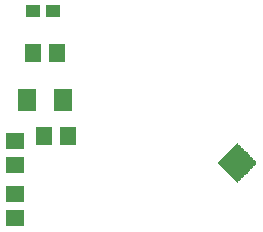
<source format=gtp>
G04 MADE WITH FRITZING*
G04 WWW.FRITZING.ORG*
G04 DOUBLE SIDED*
G04 HOLES PLATED*
G04 CONTOUR ON CENTER OF CONTOUR VECTOR*
%ASAXBY*%
%FSLAX23Y23*%
%MOIN*%
%OFA0B0*%
%SFA1.0B1.0*%
%ADD10C,0.093000*%
%ADD11R,0.055118X0.059055*%
%ADD12R,0.047244X0.043307*%
%ADD13R,0.062992X0.074803*%
%ADD14R,0.059055X0.055118*%
%ADD15R,0.001000X0.001000*%
%LNPASTEMASK1*%
G90*
G70*
G54D10*
X812Y238D03*
X812Y238D03*
G54D11*
X247Y330D03*
X166Y330D03*
G54D12*
X129Y744D03*
X196Y744D03*
G54D11*
X129Y606D03*
X210Y606D03*
G54D13*
X109Y448D03*
X231Y448D03*
G54D14*
X70Y232D03*
X70Y313D03*
X70Y55D03*
X70Y135D03*
G54D15*
X811Y304D02*
X811Y304D01*
X810Y303D02*
X812Y303D01*
X809Y302D02*
X813Y302D01*
X808Y301D02*
X814Y301D01*
X807Y300D02*
X815Y300D01*
X806Y299D02*
X816Y299D01*
X805Y298D02*
X817Y298D01*
X804Y297D02*
X818Y297D01*
X803Y296D02*
X819Y296D01*
X802Y295D02*
X820Y295D01*
X801Y294D02*
X821Y294D01*
X800Y293D02*
X822Y293D01*
X799Y292D02*
X823Y292D01*
X798Y291D02*
X824Y291D01*
X797Y290D02*
X825Y290D01*
X796Y289D02*
X826Y289D01*
X795Y288D02*
X827Y288D01*
X794Y287D02*
X828Y287D01*
X793Y286D02*
X829Y286D01*
X792Y285D02*
X830Y285D01*
X791Y284D02*
X831Y284D01*
X790Y283D02*
X832Y283D01*
X789Y282D02*
X833Y282D01*
X788Y281D02*
X834Y281D01*
X787Y280D02*
X835Y280D01*
X786Y279D02*
X836Y279D01*
X785Y278D02*
X837Y278D01*
X784Y277D02*
X838Y277D01*
X783Y276D02*
X839Y276D01*
X782Y275D02*
X807Y275D01*
X815Y275D02*
X840Y275D01*
X781Y274D02*
X801Y274D01*
X820Y274D02*
X841Y274D01*
X780Y273D02*
X798Y273D01*
X824Y273D02*
X842Y273D01*
X779Y272D02*
X796Y272D01*
X826Y272D02*
X843Y272D01*
X778Y271D02*
X793Y271D01*
X828Y271D02*
X844Y271D01*
X777Y270D02*
X792Y270D01*
X830Y270D02*
X845Y270D01*
X776Y269D02*
X790Y269D01*
X832Y269D02*
X846Y269D01*
X775Y268D02*
X789Y268D01*
X833Y268D02*
X847Y268D01*
X774Y267D02*
X787Y267D01*
X834Y267D02*
X848Y267D01*
X773Y266D02*
X786Y266D01*
X836Y266D02*
X849Y266D01*
X772Y265D02*
X785Y265D01*
X837Y265D02*
X850Y265D01*
X771Y264D02*
X784Y264D01*
X838Y264D02*
X851Y264D01*
X770Y263D02*
X783Y263D01*
X839Y263D02*
X852Y263D01*
X769Y262D02*
X782Y262D01*
X839Y262D02*
X853Y262D01*
X768Y261D02*
X782Y261D01*
X840Y261D02*
X854Y261D01*
X767Y260D02*
X781Y260D01*
X841Y260D02*
X855Y260D01*
X766Y259D02*
X780Y259D01*
X842Y259D02*
X856Y259D01*
X765Y258D02*
X779Y258D01*
X842Y258D02*
X857Y258D01*
X764Y257D02*
X779Y257D01*
X843Y257D02*
X858Y257D01*
X763Y256D02*
X778Y256D01*
X843Y256D02*
X859Y256D01*
X762Y255D02*
X778Y255D01*
X844Y255D02*
X860Y255D01*
X761Y254D02*
X777Y254D01*
X844Y254D02*
X861Y254D01*
X760Y253D02*
X777Y253D01*
X845Y253D02*
X862Y253D01*
X759Y252D02*
X776Y252D01*
X845Y252D02*
X863Y252D01*
X758Y251D02*
X776Y251D01*
X846Y251D02*
X864Y251D01*
X757Y250D02*
X776Y250D01*
X846Y250D02*
X865Y250D01*
X756Y249D02*
X775Y249D01*
X846Y249D02*
X866Y249D01*
X755Y248D02*
X775Y248D01*
X847Y248D02*
X867Y248D01*
X754Y247D02*
X775Y247D01*
X847Y247D02*
X868Y247D01*
X753Y246D02*
X775Y246D01*
X847Y246D02*
X869Y246D01*
X752Y245D02*
X774Y245D01*
X847Y245D02*
X870Y245D01*
X751Y244D02*
X774Y244D01*
X847Y244D02*
X871Y244D01*
X750Y243D02*
X774Y243D01*
X848Y243D02*
X872Y243D01*
X749Y242D02*
X774Y242D01*
X848Y242D02*
X873Y242D01*
X748Y241D02*
X774Y241D01*
X848Y241D02*
X874Y241D01*
X747Y240D02*
X774Y240D01*
X848Y240D02*
X875Y240D01*
X746Y239D02*
X774Y239D01*
X848Y239D02*
X876Y239D01*
X746Y238D02*
X774Y238D01*
X848Y238D02*
X875Y238D01*
X747Y237D02*
X774Y237D01*
X848Y237D02*
X874Y237D01*
X748Y236D02*
X774Y236D01*
X848Y236D02*
X873Y236D01*
X749Y235D02*
X774Y235D01*
X848Y235D02*
X872Y235D01*
X750Y234D02*
X774Y234D01*
X848Y234D02*
X871Y234D01*
X751Y233D02*
X774Y233D01*
X847Y233D02*
X870Y233D01*
X752Y232D02*
X775Y232D01*
X847Y232D02*
X869Y232D01*
X753Y231D02*
X775Y231D01*
X847Y231D02*
X868Y231D01*
X754Y230D02*
X775Y230D01*
X847Y230D02*
X867Y230D01*
X755Y229D02*
X775Y229D01*
X847Y229D02*
X866Y229D01*
X756Y228D02*
X776Y228D01*
X846Y228D02*
X865Y228D01*
X757Y227D02*
X776Y227D01*
X846Y227D02*
X864Y227D01*
X758Y226D02*
X776Y226D01*
X846Y226D02*
X863Y226D01*
X759Y225D02*
X777Y225D01*
X845Y225D02*
X862Y225D01*
X760Y224D02*
X777Y224D01*
X845Y224D02*
X861Y224D01*
X761Y223D02*
X777Y223D01*
X844Y223D02*
X860Y223D01*
X762Y222D02*
X778Y222D01*
X844Y222D02*
X859Y222D01*
X763Y221D02*
X778Y221D01*
X843Y221D02*
X858Y221D01*
X764Y220D02*
X779Y220D01*
X843Y220D02*
X857Y220D01*
X765Y219D02*
X780Y219D01*
X842Y219D02*
X856Y219D01*
X766Y218D02*
X780Y218D01*
X841Y218D02*
X855Y218D01*
X767Y217D02*
X781Y217D01*
X841Y217D02*
X854Y217D01*
X768Y216D02*
X782Y216D01*
X840Y216D02*
X853Y216D01*
X769Y215D02*
X783Y215D01*
X839Y215D02*
X852Y215D01*
X770Y214D02*
X784Y214D01*
X838Y214D02*
X851Y214D01*
X771Y213D02*
X784Y213D01*
X837Y213D02*
X850Y213D01*
X772Y212D02*
X786Y212D01*
X836Y212D02*
X849Y212D01*
X773Y211D02*
X787Y211D01*
X835Y211D02*
X848Y211D01*
X774Y210D02*
X788Y210D01*
X834Y210D02*
X847Y210D01*
X775Y209D02*
X789Y209D01*
X833Y209D02*
X846Y209D01*
X776Y208D02*
X791Y208D01*
X831Y208D02*
X845Y208D01*
X777Y207D02*
X792Y207D01*
X829Y207D02*
X844Y207D01*
X778Y206D02*
X794Y206D01*
X828Y206D02*
X843Y206D01*
X779Y205D02*
X796Y205D01*
X825Y205D02*
X842Y205D01*
X780Y204D02*
X799Y204D01*
X823Y204D02*
X841Y204D01*
X781Y203D02*
X803Y203D01*
X819Y203D02*
X840Y203D01*
X782Y202D02*
X839Y202D01*
X783Y201D02*
X838Y201D01*
X784Y200D02*
X837Y200D01*
X785Y199D02*
X836Y199D01*
X786Y198D02*
X835Y198D01*
X787Y197D02*
X834Y197D01*
X788Y196D02*
X833Y196D01*
X789Y195D02*
X832Y195D01*
X790Y194D02*
X831Y194D01*
X791Y193D02*
X830Y193D01*
X792Y192D02*
X829Y192D01*
X793Y191D02*
X828Y191D01*
X794Y190D02*
X827Y190D01*
X795Y189D02*
X826Y189D01*
X796Y188D02*
X825Y188D01*
X797Y187D02*
X824Y187D01*
X798Y186D02*
X823Y186D01*
X799Y185D02*
X822Y185D01*
X800Y184D02*
X821Y184D01*
X801Y183D02*
X820Y183D01*
X802Y182D02*
X819Y182D01*
X803Y181D02*
X818Y181D01*
X804Y180D02*
X817Y180D01*
X805Y179D02*
X816Y179D01*
X806Y178D02*
X815Y178D01*
X807Y177D02*
X814Y177D01*
X808Y176D02*
X813Y176D01*
X809Y175D02*
X812Y175D01*
X810Y174D02*
X811Y174D01*
D02*
G04 End of PasteMask1*
M02*
</source>
